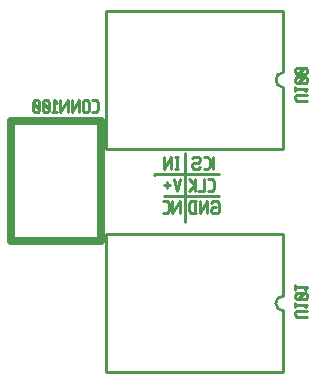
<source format=gbo>
G04 start of page 9 for group -4078 idx -4078 *
G04 Title: (unknown), bottomsilk *
G04 Creator: pcb 1.99z *
G04 CreationDate: Tue 11 Mar 2014 08:59:09 PM GMT UTC *
G04 For: jpuls *
G04 Format: Gerber/RS-274X *
G04 PCB-Dimensions (mil): 4500.00 1560.00 *
G04 PCB-Coordinate-Origin: lower left *
%MOIN*%
%FSLAX25Y25*%
%LNBOTTOMSILK*%
%ADD48C,0.0250*%
%ADD47C,0.0100*%
G54D47*X59100Y91500D02*Y68600D01*
X70700Y84500D02*X49100D01*
X49000Y84400D01*
X70600Y77400D02*X52300D01*
X68600Y86300D02*Y90300D01*
X65400Y86300D02*X66700D01*
X67400Y87000D02*X66700Y86300D01*
X67400Y87000D02*Y89600D01*
X66700Y90300D01*
X65400D02*X66700D01*
X62200D02*X61700Y89800D01*
X62200Y90300D02*X63700D01*
X64200Y89800D02*X63700Y90300D01*
X64200Y88800D02*Y89800D01*
Y88800D02*X63700Y88300D01*
X62200D02*X63700D01*
X62200D02*X61700Y87800D01*
Y86800D02*Y87800D01*
X62200Y86300D02*X61700Y86800D01*
X62200Y86300D02*X63700D01*
X64200Y86800D02*X63700Y86300D01*
X55900Y90300D02*X56900D01*
X56400Y86300D02*Y90300D01*
X55900Y86300D02*X56900D01*
X54700D02*Y90300D01*
X52200Y86300D01*
Y90300D01*
X66800Y78900D02*X68100D01*
X68800Y79600D02*X68100Y78900D01*
X68800Y79600D02*Y82200D01*
X68100Y82900D01*
X66800D02*X68100D01*
X65600Y78900D02*Y82900D01*
X63600Y78900D02*X65600D01*
X62400D02*Y82900D01*
Y80900D02*X60400Y82900D01*
X62400Y80900D02*X60400Y78900D01*
X57400Y82900D02*X56400Y78900D01*
X55400Y82900D01*
X52200Y80900D02*X54200D01*
X53200Y79900D02*Y81900D01*
X68400Y75500D02*X67900Y75000D01*
X68400Y75500D02*X69900D01*
X70400Y75000D02*X69900Y75500D01*
X70400Y72000D02*Y75000D01*
Y72000D02*X69900Y71500D01*
X68400D02*X69900D01*
X68400D02*X67900Y72000D01*
Y73000D01*
X68400Y73500D02*X67900Y73000D01*
X68400Y73500D02*X69400D01*
X66700Y71500D02*Y75500D01*
X64200Y71500D01*
Y75500D01*
X62500Y71500D02*Y75500D01*
X61200D02*X60500Y74800D01*
Y72200D02*Y74800D01*
X61200Y71500D02*X60500Y72200D01*
X61200Y71500D02*X63000D01*
X61200Y75500D02*X63000D01*
X57500Y71500D02*Y75500D01*
X55000Y71500D01*
Y75500D01*
X51800Y71500D02*X53100D01*
X53800Y72200D02*X53100Y71500D01*
X53800Y72200D02*Y74800D01*
X53100Y75500D01*
X51800D02*X53100D01*
G54D48*X31300Y102300D02*Y62300D01*
X1300D02*X31300D01*
X1300Y102300D02*Y62300D01*
Y102300D02*X31300D01*
G54D47*X33000Y93000D02*X92000D01*
X33000Y139000D02*Y93000D01*
Y139000D02*X92000D01*
Y113500D02*Y93000D01*
Y139000D02*Y118500D01*
G75*G03X92000Y113500I0J-2500D01*G01*
X33000Y18500D02*X92000D01*
X33000Y64500D02*Y18500D01*
Y64500D02*X92000D01*
Y39000D02*Y18500D01*
Y64500D02*Y44000D01*
G75*G03X92000Y39000I0J-2500D01*G01*
X96500Y109000D02*X100000D01*
X96500D02*X96000Y109500D01*
Y110500D01*
X96500Y111000D01*
X100000D01*
X99200Y112200D02*X100000Y113000D01*
X96000D02*X100000D01*
X96000Y112200D02*Y113700D01*
X96500Y114900D02*X96000Y115400D01*
X96500Y114900D02*X99500D01*
X100000Y115400D01*
Y116400D01*
X99500Y116900D01*
X96500D02*X99500D01*
X96000Y116400D02*X96500Y116900D01*
X96000Y115400D02*Y116400D01*
X97000Y114900D02*X99000Y116900D01*
X96500Y118100D02*X96000Y118600D01*
X96500Y118100D02*X99500D01*
X100000Y118600D01*
Y119600D01*
X99500Y120100D01*
X96500D02*X99500D01*
X96000Y119600D02*X96500Y120100D01*
X96000Y118600D02*Y119600D01*
X97000Y118100D02*X99000Y120100D01*
X28300Y105200D02*X29600D01*
X30300Y105900D02*X29600Y105200D01*
X30300Y105900D02*Y108500D01*
X29600Y109200D01*
X28300D02*X29600D01*
X27100Y105700D02*Y108700D01*
X26600Y109200D01*
X25600D02*X26600D01*
X25600D02*X25100Y108700D01*
Y105700D02*Y108700D01*
X25600Y105200D02*X25100Y105700D01*
X25600Y105200D02*X26600D01*
X27100Y105700D02*X26600Y105200D01*
X23900D02*Y109200D01*
X21400Y105200D01*
Y109200D01*
X20200Y105200D02*Y109200D01*
X17700Y105200D01*
Y109200D01*
X16500Y108400D02*X15700Y109200D01*
Y105200D02*Y109200D01*
X15000Y105200D02*X16500D01*
X13800Y105700D02*X13300Y105200D01*
X13800Y105700D02*Y108700D01*
X13300Y109200D01*
X12300D02*X13300D01*
X12300D02*X11800Y108700D01*
Y105700D02*Y108700D01*
X12300Y105200D02*X11800Y105700D01*
X12300Y105200D02*X13300D01*
X13800Y106200D02*X11800Y108200D01*
X10600Y105700D02*X10100Y105200D01*
X10600Y105700D02*Y108700D01*
X10100Y109200D01*
X9100D02*X10100D01*
X9100D02*X8600Y108700D01*
Y105700D02*Y108700D01*
X9100Y105200D02*X8600Y105700D01*
X9100Y105200D02*X10100D01*
X10600Y106200D02*X8600Y108200D01*
X96500Y37000D02*X100000D01*
X96500D02*X96000Y37500D01*
Y38500D01*
X96500Y39000D01*
X100000D01*
X99200Y40200D02*X100000Y41000D01*
X96000D02*X100000D01*
X96000Y40200D02*Y41700D01*
X96500Y42900D02*X96000Y43400D01*
X96500Y42900D02*X99500D01*
X100000Y43400D01*
Y44400D01*
X99500Y44900D01*
X96500D02*X99500D01*
X96000Y44400D02*X96500Y44900D01*
X96000Y43400D02*Y44400D01*
X97000Y42900D02*X99000Y44900D01*
X99200Y46100D02*X100000Y46900D01*
X96000D02*X100000D01*
X96000Y46100D02*Y47600D01*
M02*

</source>
